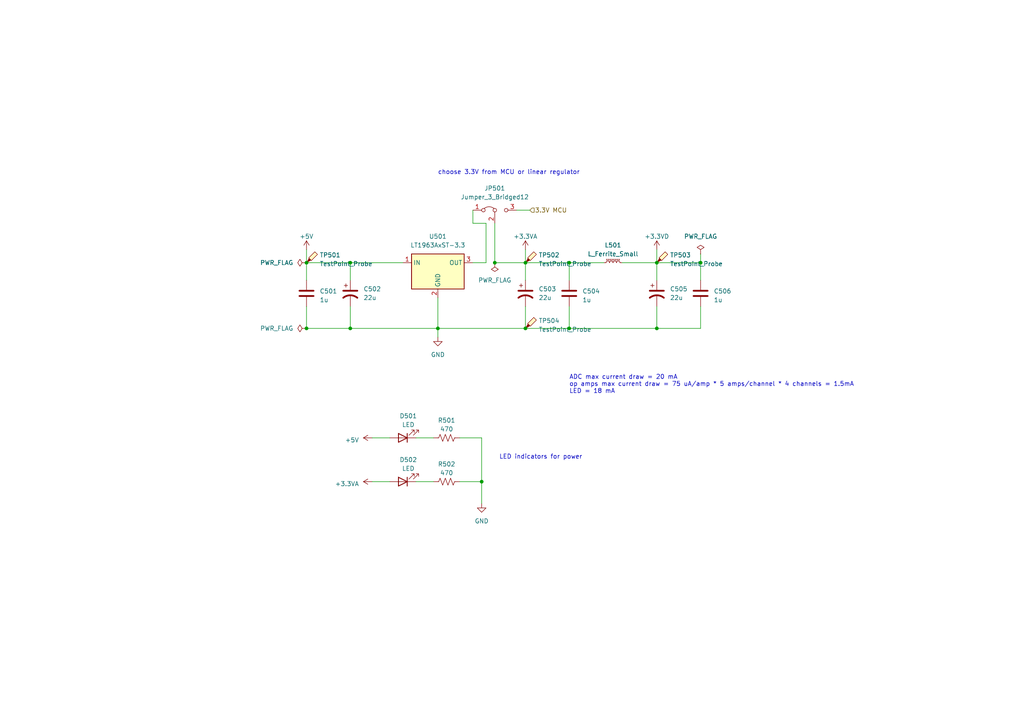
<source format=kicad_sch>
(kicad_sch (version 20230121) (generator eeschema)
  (paper "A4")
  (lib_symbols
    (symbol "Connector:TestPoint_Probe" (pin_numbers hide) (pin_names (offset 0.762) hide)
      (property "Reference" "TP" (at 1.651 5.842 0))
      (property "Value" "TestPoint_Probe" (at 1.651 4.064 0))
      (symbol "TestPoint_Probe_0_1"
        (polyline (pts (xy 1.27 0.762) (xy 0 0) (xy 0.762 1.27) (xy 1.27 0.762)) (fill (type outline)))
        (polyline (pts (xy 1.397 0.635) (xy 0.635 1.397) (xy 2.413 3.175) (xy 3.175 2.413) (xy 1.397 0.635)) (fill (type background)))
      )
      (symbol "TestPoint_Probe_1_1"
        (pin passive line (at 0 0 90) (length 0) (name "1") (number "1"))
      )
    )
    (symbol "Device:C" (pin_numbers hide) (pin_names (offset 0.254))
      (property "Reference" "C" (at 0.635 2.54 0))
      (property "Value" "C" (at 0.635 -2.54 0))
      (symbol "C_0_1"
        (polyline (pts (xy -2.032 -0.762) (xy 2.032 -0.762)) (stroke (width 0.508)))
        (polyline (pts (xy -2.032 0.762) (xy 2.032 0.762)) (stroke (width 0.508)))
      )
      (symbol "C_1_1"
        (pin passive line (at 0 3.81 270) (length 2.794) (name "~") (number "1"))
        (pin passive line (at 0 -3.81 90) (length 2.794) (name "~") (number "2"))
      )
    )
    (symbol "Device:C_Polarized_US" (pin_numbers hide) (pin_names (offset 0.254) hide)
      (property "Reference" "C" (at 0.635 2.54 0))
      (property "Value" "C_Polarized_US" (at 0.635 -2.54 0))
      (symbol "C_Polarized_US_0_1"
        (polyline (pts (xy -2.032 0.762) (xy 2.032 0.762)) (stroke (width 0.508)))
        (polyline (pts (xy -1.778 2.286) (xy -0.762 2.286)))
        (polyline (pts (xy -1.27 1.778) (xy -1.27 2.794)))
        (arc (start 2.032 -1.27) (mid 0 -0.5572) (end -2.032 -1.27) (stroke (width 0.508)))
      )
      (symbol "C_Polarized_US_1_1"
        (pin passive line (at 0 3.81 270) (length 2.794) (name "~") (number "1"))
        (pin passive line (at 0 -3.81 90) (length 3.302) (name "~") (number "2"))
      )
    )
    (symbol "Device:LED" (pin_numbers hide) (pin_names (offset 1.016) hide)
      (property "Reference" "D" (at 0 2.54 0))
      (property "Value" "LED" (at 0 -2.54 0))
      (symbol "LED_0_1"
        (polyline (pts (xy -1.27 -1.27) (xy -1.27 1.27)) (stroke (width 0.254)))
        (polyline (pts (xy -1.27 0) (xy 1.27 0)))
        (polyline (pts (xy 1.27 -1.27) (xy 1.27 1.27) (xy -1.27 0) (xy 1.27 -1.27)) (stroke (width 0.254)))
        (polyline (pts (xy -3.048 -0.762) (xy -4.572 -2.286) (xy -3.81 -2.286) (xy -4.572 -2.286) (xy -4.572 -1.524)))
        (polyline (pts (xy -1.778 -0.762) (xy -3.302 -2.286) (xy -2.54 -2.286) (xy -3.302 -2.286) (xy -3.302 -1.524)))
      )
      (symbol "LED_1_1"
        (pin passive line (at -3.81 0 0) (length 2.54) (name "K") (number "1"))
        (pin passive line (at 3.81 0 180) (length 2.54) (name "A") (number "2"))
      )
    )
    (symbol "Device:L_Ferrite_Small" (pin_numbers hide) (pin_names (offset 0.254) hide)
      (property "Reference" "L" (at 1.27 1.016 0))
      (property "Value" "L_Ferrite_Small" (at 1.27 -1.27 0))
      (symbol "L_Ferrite_Small_0_1"
        (arc (start 0 -2.032) (mid 0.5058 -1.524) (end 0 -1.016))
        (arc (start 0 -1.016) (mid 0.5058 -0.508) (end 0 0))
        (polyline (pts (xy 0.762 -1.905) (xy 0.762 -1.651)))
        (polyline (pts (xy 0.762 -1.397) (xy 0.762 -1.143)))
        (polyline (pts (xy 0.762 -0.889) (xy 0.762 -0.635)))
        (polyline (pts (xy 0.762 -0.381) (xy 0.762 -0.127)))
        (polyline (pts (xy 0.762 0.127) (xy 0.762 0.381)))
        (polyline (pts (xy 0.762 0.635) (xy 0.762 0.889)))
        (polyline (pts (xy 0.762 1.143) (xy 0.762 1.397)))
        (polyline (pts (xy 0.762 1.651) (xy 0.762 1.905)))
        (polyline (pts (xy 1.016 -1.651) (xy 1.016 -1.905)))
        (polyline (pts (xy 1.016 -1.143) (xy 1.016 -1.397)))
        (polyline (pts (xy 1.016 -0.635) (xy 1.016 -0.889)))
        (polyline (pts (xy 1.016 -0.127) (xy 1.016 -0.381)))
        (polyline (pts (xy 1.016 0.381) (xy 1.016 0.127)))
        (polyline (pts (xy 1.016 0.889) (xy 1.016 0.635)))
        (polyline (pts (xy 1.016 1.397) (xy 1.016 1.143)))
        (polyline (pts (xy 1.016 1.905) (xy 1.016 1.651)))
        (arc (start 0 0) (mid 0.5058 0.508) (end 0 1.016))
        (arc (start 0 1.016) (mid 0.5058 1.524) (end 0 2.032))
      )
      (symbol "L_Ferrite_Small_1_1"
        (pin passive line (at 0 2.54 270) (length 0.508) (name "~") (number "1"))
        (pin passive line (at 0 -2.54 90) (length 0.508) (name "~") (number "2"))
      )
    )
    (symbol "Device:R_US" (pin_numbers hide) (pin_names (offset 0))
      (property "Reference" "R" (at 2.54 0 90))
      (property "Value" "R_US" (at -2.54 0 90))
      (symbol "R_US_0_1"
        (polyline (pts (xy 0 -2.286) (xy 0 -2.54)))
        (polyline (pts (xy 0 2.286) (xy 0 2.54)))
        (polyline (pts (xy 0 -0.762) (xy 1.016 -1.143) (xy 0 -1.524) (xy -1.016 -1.905) (xy 0 -2.286)))
        (polyline (pts (xy 0 0.762) (xy 1.016 0.381) (xy 0 0) (xy -1.016 -0.381) (xy 0 -0.762)))
        (polyline (pts (xy 0 2.286) (xy 1.016 1.905) (xy 0 1.524) (xy -1.016 1.143) (xy 0 0.762)))
      )
      (symbol "R_US_1_1"
        (pin passive line (at 0 3.81 270) (length 1.27) (name "~") (number "1"))
        (pin passive line (at 0 -3.81 90) (length 1.27) (name "~") (number "2"))
      )
    )
    (symbol "Jumper:Jumper_3_Bridged12" (pin_names (offset 0) hide)
      (property "Reference" "JP" (at -2.54 -2.54 0))
      (property "Value" "Jumper_3_Bridged12" (at 0 2.794 0))
      (symbol "Jumper_3_Bridged12_0_0"
        (circle (center -3.302 0) (radius 0.508))
        (circle (center 0 0) (radius 0.508))
        (circle (center 3.302 0) (radius 0.508))
      )
      (symbol "Jumper_3_Bridged12_0_1"
        (arc (start -0.254 0.508) (mid -1.651 0.9912) (end -3.048 0.508))
        (polyline (pts (xy 0 -1.27) (xy 0 -0.508)))
      )
      (symbol "Jumper_3_Bridged12_1_1"
        (pin passive line (at -6.35 0 0) (length 2.54) (name "A") (number "1"))
        (pin passive line (at 0 -3.81 90) (length 2.54) (name "C") (number "2"))
        (pin passive line (at 6.35 0 180) (length 2.54) (name "B") (number "3"))
      )
    )
    (symbol "PCM_4ms_Power-symbol:PWR_FLAG" (power) (pin_numbers hide) (pin_names (offset 0) hide)
      (property "Value" "PWR_FLAG" (at 0 3.81 0))
      (symbol "PWR_FLAG_0_0"
        (pin power_out line (at 0 0 90) (length 0) (name "pwr") (number "1"))
      )
      (symbol "PWR_FLAG_0_1"
        (polyline (pts (xy 0 0) (xy 0 1.27) (xy -1.016 1.905) (xy 0 2.54) (xy 1.016 1.905) (xy 0 1.27)))
      )
    )
    (symbol "Regulator_Linear:LT1963AxST-3.3"
      (property "Reference" "U" (at -7.62 6.35 0))
      (property "Value" "LT1963AxST-3.3" (at -1.27 6.35 0))
      (symbol "LT1963AxST-3.3_0_1"
        (rectangle (start -7.62 5.08) (end 7.62 -5.08) (stroke (width 0.254)) (fill (type background)))
      )
      (symbol "LT1963AxST-3.3_1_1"
        (pin power_in line (at -10.16 2.54 0) (length 2.54) (name "IN") (number "1"))
        (pin power_in line (at 0 -7.62 90) (length 2.54) (name "GND") (number "2"))
        (pin power_out line (at 10.16 2.54 180) (length 2.54) (name "OUT") (number "3"))
      )
    )
    (symbol "power:+3.3V" (power) (pin_names (offset 0))
      (property "Value" "+3.3VD" (at 0 3.81 0))
      (symbol "+3.3V_0_1"
        (polyline (pts (xy -0.762 1.27) (xy 0 2.54)))
        (polyline (pts (xy 0 0) (xy 0 2.54)))
        (polyline (pts (xy 0 2.54) (xy 0.762 1.27)))
      )
      (symbol "+3.3V_1_1"
        (pin power_in line (at 0 0 90) (length 0) hide (name "+3.3VD") (number "1"))
      )
    )
    (symbol "power:+3.3VA" (power) (pin_names (offset 0))
      (property "Value" "+3.3VA" (at 0 3.556 0))
      (symbol "+3.3VA_0_1"
        (polyline (pts (xy -0.762 1.27) (xy 0 2.54)))
        (polyline (pts (xy 0 0) (xy 0 2.54)))
        (polyline (pts (xy 0 2.54) (xy 0.762 1.27)))
      )
      (symbol "+3.3VA_1_1"
        (pin power_in line (at 0 0 90) (length 0) hide (name "+3.3VA") (number "1"))
      )
    )
    (symbol "power:+5V" (power) (pin_names (offset 0))
      (property "Value" "+5V" (at 0 3.556 0))
      (symbol "+5V_0_1"
        (polyline (pts (xy -0.762 1.27) (xy 0 2.54)))
        (polyline (pts (xy 0 0) (xy 0 2.54)))
        (polyline (pts (xy 0 2.54) (xy 0.762 1.27)))
      )
      (symbol "+5V_1_1"
        (pin power_in line (at 0 0 90) (length 0) hide (name "+5V") (number "1"))
      )
    )
    (symbol "power:GND" (power) (pin_names (offset 0))
      (property "Value" "GND" (at 0 -3.81 0))
      (symbol "GND_0_1"
        (polyline (pts (xy 0 0) (xy 0 -1.27) (xy 1.27 -1.27) (xy 0 -2.54) (xy -1.27 -1.27) (xy 0 -1.27)))
      )
      (symbol "GND_1_1"
        (pin power_in line (at 0 0 270) (length 0) hide (name "GND") (number "1"))
      )
    )
    (symbol "power:PWR_FLAG" (power) (pin_numbers hide) (pin_names (offset 0) hide)
      (property "Value" "PWR_FLAG" (at 0 3.81 0))
      (symbol "PWR_FLAG_0_0"
        (pin power_out line (at 0 0 90) (length 0) (name "pwr") (number "1"))
      )
      (symbol "PWR_FLAG_0_1"
        (polyline (pts (xy 0 0) (xy 0 1.27) (xy -1.016 1.905) (xy 0 2.54) (xy 1.016 1.905) (xy 0 1.27)))
      )
    )
  )
  (junction (at 101.6 95.25))
  (junction (at 165.1 76.2))
  (junction (at 190.5 76.2))
  (junction (at 203.2 76.2))
  (junction (at 165.1 95.25))
  (junction (at 101.6 76.2))
  (junction (at 88.9 76.2))
  (junction (at 143.51 76.2))
  (junction (at 88.9 95.25))
  (junction (at 190.5 95.25))
  (junction (at 127 95.25))
  (junction (at 152.4 95.25))
  (junction (at 152.4 76.2))
  (junction (at 139.7 139.7))
  (wire (pts (xy 152.4 76.2) (xy 152.4 72.39)))
  (wire (pts (xy 152.4 76.2) (xy 152.4 81.28)))
  (wire (pts (xy 133.35 139.7) (xy 139.7 139.7)))
  (wire (pts (xy 165.1 76.2) (xy 175.26 76.2)))
  (wire (pts (xy 139.7 127) (xy 139.7 139.7)))
  (wire (pts (xy 203.2 76.2) (xy 203.2 81.28)))
  (wire (pts (xy 137.16 76.2) (xy 140.97 76.2)))
  (wire (pts (xy 88.9 76.2) (xy 88.9 81.28)))
  (wire (pts (xy 143.51 76.2) (xy 152.4 76.2)))
  (wire (pts (xy 101.6 95.25) (xy 101.6 88.9)))
  (wire (pts (xy 203.2 73.66) (xy 203.2 76.2)))
  (wire (pts (xy 127 95.25) (xy 127 97.79)))
  (wire (pts (xy 133.35 127) (xy 139.7 127)))
  (wire (pts (xy 120.65 139.7) (xy 125.73 139.7)))
  (wire (pts (xy 180.34 76.2) (xy 190.5 76.2)))
  (wire (pts (xy 140.97 76.2) (xy 140.97 64.77)))
  (wire (pts (xy 143.51 76.2) (xy 143.51 64.77)))
  (wire (pts (xy 137.16 64.77) (xy 137.16 60.96)))
  (wire (pts (xy 88.9 76.2) (xy 101.6 76.2)))
  (wire (pts (xy 120.65 127) (xy 125.73 127)))
  (wire (pts (xy 140.97 64.77) (xy 137.16 64.77)))
  (wire (pts (xy 107.95 127) (xy 113.03 127)))
  (wire (pts (xy 101.6 76.2) (xy 101.6 81.28)))
  (wire (pts (xy 190.5 76.2) (xy 203.2 76.2)))
  (wire (pts (xy 88.9 95.25) (xy 101.6 95.25)))
  (wire (pts (xy 165.1 88.9) (xy 165.1 95.25)))
  (wire (pts (xy 190.5 72.39) (xy 190.5 76.2)))
  (wire (pts (xy 190.5 76.2) (xy 190.5 81.28)))
  (wire (pts (xy 149.86 60.96) (xy 153.67 60.96)))
  (wire (pts (xy 101.6 76.2) (xy 116.84 76.2)))
  (wire (pts (xy 152.4 88.9) (xy 152.4 95.25)))
  (wire (pts (xy 203.2 95.25) (xy 203.2 88.9)))
  (wire (pts (xy 88.9 72.39) (xy 88.9 76.2)))
  (wire (pts (xy 107.95 139.7) (xy 113.03 139.7)))
  (wire (pts (xy 165.1 95.25) (xy 190.5 95.25)))
  (wire (pts (xy 152.4 95.25) (xy 127 95.25)))
  (wire (pts (xy 190.5 95.25) (xy 203.2 95.25)))
  (wire (pts (xy 88.9 88.9) (xy 88.9 95.25)))
  (wire (pts (xy 190.5 88.9) (xy 190.5 95.25)))
  (wire (pts (xy 152.4 76.2) (xy 165.1 76.2)))
  (wire (pts (xy 152.4 95.25) (xy 165.1 95.25)))
  (wire (pts (xy 127 95.25) (xy 101.6 95.25)))
  (wire (pts (xy 127 86.36) (xy 127 95.25)))
  (wire (pts (xy 139.7 139.7) (xy 139.7 146.05)))
  (wire (pts (xy 165.1 76.2) (xy 165.1 81.28)))
  (text "choose 3.3V from MCU or linear regulator" (at 127 50.8 0) (effects (font (size 1.27 1.27)) (justify left bottom)))
  (text "ADC max current draw = 20 mA\nop amps max current draw = 75 uA/amp * 5 amps/channel * 4 channels = 1.5mA\nLED = 18 mA" (at 165.1 114.3 0) (effects (font (size 1.27 1.27)) (justify left bottom)))
  (text "LED indicators for power" (at 144.78 133.35 0) (effects (font (size 1.27 1.27)) (justify left bottom)))
  (hierarchical_label "3.3V MCU" (shape input) (at 153.67 60.96 0))
  (symbol (lib_id "Connector:TestPoint_Probe") (at 152.4 76.2 0) (unit 1)
    (property "Reference" "TP502" (at 156.21 73.9775 0) (effects (justify left)))
    (property "Value" "TestPoint_Probe" (at 156.21 76.5175 0) (effects (justify left)))
    (property "Footprint" "Connector_PinHeader_2.54mm:PinHeader_1x01_P2.54mm_Vertical" (effects hide))
  )
  (symbol (lib_id "Device:L_Ferrite_Small") (at 177.8 76.2 90) (unit 1)
    (property "Reference" "L501" (at 177.8 71.12 90))
    (property "Value" "L_Ferrite_Small" (at 177.8 73.66 90))
    (property "Footprint" "Inductor_SMD:L_0805_2012Metric_Pad1.05x1.20mm_HandSolder" (effects hide))
  )
  (symbol (lib_id "PCM_4ms_Power-symbol:PWR_FLAG") (at 203.2 73.66 0) (unit 1)
    (property "Reference" "#FLG0244" (effects hide))
    (property "Value" "PWR_FLAG" (at 203.2 68.58 0))
  )
  (symbol (lib_id "power:+3.3VA") (at 107.95 139.7 90) (unit 1)
    (property "Reference" "#PWR0506" (effects hide))
    (property "Value" "+3.3VA" (at 104.14 140.335 90) (effects (justify left)))
  )
  (symbol (lib_id "power:+3.3VA") (at 152.4 72.39 0) (unit 1)
    (property "Reference" "#PWR0502" (effects hide))
    (property "Value" "+3.3VA" (at 152.4 68.58 0))
  )
  (symbol (lib_id "Connector:TestPoint_Probe") (at 190.5 76.2 0) (unit 1)
    (property "Reference" "TP503" (at 194.31 73.9775 0) (effects (justify left)))
    (property "Value" "TestPoint_Probe" (at 194.31 76.5175 0) (effects (justify left)))
    (property "Footprint" "Connector_PinHeader_2.54mm:PinHeader_1x01_P2.54mm_Vertical" (effects hide))
  )
  (symbol (lib_id "Regulator_Linear:LT1963AxST-3.3") (at 127 78.74 0) (unit 1)
    (property "Reference" "U501" (at 127 68.58 0))
    (property "Value" "LT1963AxST-3.3" (at 127 71.12 0))
    (property "Footprint" "Package_TO_SOT_SMD:SOT-223-3_TabPin2" (effects hide))
    (property "Datasheet" "https://www.analog.com/media/en/technical-documentation/data-sheets/1963aff.pdf" (effects hide))
  )
  (symbol (lib_id "Device:C_Polarized_US") (at 101.6 85.09 0) (unit 1)
    (property "Reference" "C502" (at 105.41 83.82 0) (effects (justify left)))
    (property "Value" "22u" (at 105.41 86.36 0) (effects (justify left)))
    (property "Footprint" "Capacitor_SMD:C_0805_2012Metric_Pad1.18x1.45mm_HandSolder" (effects hide))
  )
  (symbol (lib_id "Device:LED") (at 116.84 139.7 180) (unit 1)
    (property "Reference" "D502" (at 118.4275 133.35 0))
    (property "Value" "LED" (at 118.4275 135.89 0))
    (property "Footprint" "LED_SMD:LED_1206_3216Metric_Pad1.42x1.75mm_HandSolder" (effects hide))
  )
  (symbol (lib_id "Jumper:Jumper_3_Bridged12") (at 143.51 60.96 0) (unit 1)
    (property "Reference" "JP501" (at 143.51 54.61 0))
    (property "Value" "Jumper_3_Bridged12" (at 143.51 57.15 0))
    (property "Footprint" "PCM_4ms_SolderJumper:JUMPER_SMD_1x3" (effects hide))
  )
  (symbol (lib_id "Device:C") (at 88.9 85.09 0) (unit 1)
    (property "Reference" "C501" (at 92.71 84.455 0) (effects (justify left)))
    (property "Value" "1u" (at 92.71 86.995 0) (effects (justify left)))
    (property "Footprint" "Capacitor_SMD:C_0805_2012Metric_Pad1.18x1.45mm_HandSolder" (effects hide))
  )
  (symbol (lib_id "Connector:TestPoint_Probe") (at 88.9 76.2 0) (unit 1)
    (property "Reference" "TP501" (at 92.71 73.9775 0) (effects (justify left)))
    (property "Value" "TestPoint_Probe" (at 92.71 76.5175 0) (effects (justify left)))
    (property "Footprint" "Connector_PinHeader_2.54mm:PinHeader_1x01_P2.54mm_Vertical" (effects hide))
  )
  (symbol (lib_id "Device:C") (at 203.2 85.09 0) (unit 1)
    (property "Reference" "C506" (at 207.01 84.455 0) (effects (justify left)))
    (property "Value" "1u" (at 207.01 86.995 0) (effects (justify left)))
    (property "Footprint" "Capacitor_SMD:C_0805_2012Metric_Pad1.18x1.45mm_HandSolder" (effects hide))
  )
  (symbol (lib_id "power:+5V") (at 107.95 127 90) (unit 1)
    (property "Reference" "#PWR0505" (effects hide))
    (property "Value" "+5V" (at 104.14 127.635 90) (effects (justify left)))
  )
  (symbol (lib_id "Device:C_Polarized_US") (at 152.4 85.09 0) (unit 1)
    (property "Reference" "C503" (at 156.21 83.82 0) (effects (justify left)))
    (property "Value" "22u" (at 156.21 86.36 0) (effects (justify left)))
    (property "Footprint" "Capacitor_SMD:C_0805_2012Metric_Pad1.18x1.45mm_HandSolder" (effects hide))
  )
  (symbol (lib_id "power:GND") (at 139.7 146.05 0) (unit 1)
    (property "Reference" "#PWR0205" (effects hide))
    (property "Value" "GND" (at 139.7 151.13 0))
    (instances (project "hydrophone board" (path "" (reference "#PWR0205") (unit 1)) (path "" (reference "#PWR0507") (unit 1))))
  )
  (symbol (lib_id "Device:R_US") (at 129.54 139.7 90) (unit 1)
    (property "Reference" "R502" (at 129.54 134.62 90))
    (property "Value" "470" (at 129.54 137.16 90))
    (property "Footprint" "Resistor_SMD:R_0805_2012Metric_Pad1.20x1.40mm_HandSolder" (effects hide))
  )
  (symbol (lib_id "PCM_4ms_Power-symbol:PWR_FLAG") (at 143.51 76.2 180) (unit 1)
    (property "Reference" "#FLG0243" (effects hide))
    (property "Value" "PWR_FLAG" (at 143.51 81.28 0))
  )
  (symbol (lib_id "Device:C") (at 165.1 85.09 0) (unit 1)
    (property "Reference" "C504" (at 168.91 84.455 0) (effects (justify left)))
    (property "Value" "1u" (at 168.91 86.995 0) (effects (justify left)))
    (property "Footprint" "Capacitor_SMD:C_0805_2012Metric_Pad1.18x1.45mm_HandSolder" (effects hide))
  )
  (symbol (lib_id "Connector:TestPoint_Probe") (at 152.4 95.25 0) (unit 1)
    (property "Reference" "TP504" (at 156.21 93.0275 0) (effects (justify left)))
    (property "Value" "TestPoint_Probe" (at 156.21 95.5675 0) (effects (justify left)))
    (property "Footprint" "Connector_PinHeader_2.54mm:PinHeader_1x01_P2.54mm_Vertical" (effects hide))
  )
  (symbol (lib_id "power:+3.3V") (at 190.5 72.39 0) (unit 1)
    (property "Reference" "#PWR?" (effects hide))
    (property "Value" "+3.3VD" (at 190.5 68.58 0))
    (instances (project "hydrophone board" (path "" (reference "#PWR?") (unit 1)) (path "" (reference "#PWR0503") (unit 1))))
  )
  (symbol (lib_id "power:GND") (at 127 97.79 0) (unit 1)
    (property "Reference" "#PWR0205" (effects hide))
    (property "Value" "GND" (at 127 102.87 0))
    (instances (project "hydrophone board" (path "" (reference "#PWR0205") (unit 1)) (path "" (reference "#PWR0504") (unit 1))))
  )
  (symbol (lib_id "Device:LED") (at 116.84 127 180) (unit 1)
    (property "Reference" "D501" (at 118.4275 120.65 0))
    (property "Value" "LED" (at 118.4275 123.19 0))
    (property "Footprint" "LED_SMD:LED_1206_3216Metric_Pad1.42x1.75mm_HandSolder" (effects hide))
  )
  (symbol (lib_id "Device:R_US") (at 129.54 127 90) (unit 1)
    (property "Reference" "R501" (at 129.54 121.92 90))
    (property "Value" "470" (at 129.54 124.46 90))
    (property "Footprint" "Resistor_SMD:R_0805_2012Metric_Pad1.20x1.40mm_HandSolder" (effects hide))
  )
  (symbol (lib_id "power:+5V") (at 88.9 72.39 0) (unit 1)
    (property "Reference" "#PWR0501" (effects hide))
    (property "Value" "+5V" (at 88.9 68.58 0))
  )
  (symbol (lib_id "power:PWR_FLAG") (at 88.9 76.2 90) (unit 1)
    (property "Reference" "#FLG0241" (effects hide))
    (property "Value" "PWR_FLAG" (at 85.09 76.2 90) (effects (justify left)))
  )
  (symbol (lib_id "power:PWR_FLAG") (at 88.9 95.25 90) (unit 1)
    (property "Reference" "#FLG0242" (effects hide))
    (property "Value" "PWR_FLAG" (at 85.09 95.25 90) (effects (justify left)))
  )
  (symbol (lib_id "Device:C_Polarized_US") (at 190.5 85.09 0) (unit 1)
    (property "Reference" "C505" (at 194.31 83.82 0) (effects (justify left)))
    (property "Value" "22u" (at 194.31 86.36 0) (effects (justify left)))
    (property "Footprint" "Capacitor_SMD:C_0805_2012Metric_Pad1.18x1.45mm_HandSolder" (effects hide))
  )
)
</source>
